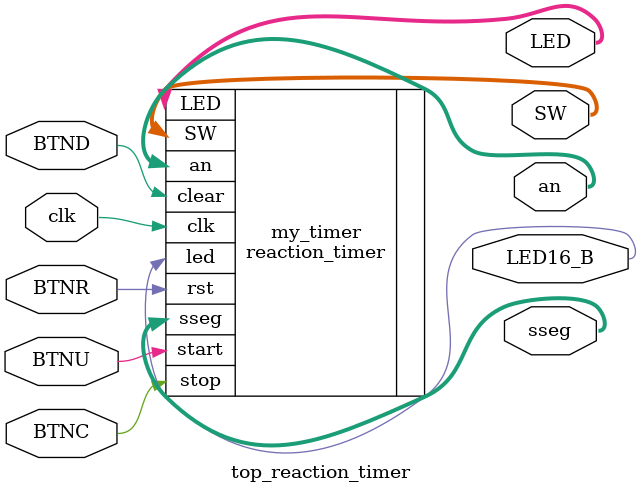
<source format=sv>
`timescale 1ns / 1ps


module top_reaction_timer(
    input logic clk,
    input logic BTNC, BTNU, BTND, BTNR,
    output logic [7:0]an,
    output logic [7:0]sseg,
    output logic [15:0]LED,
    output logic LED16_B,
    output logic [15:0]SW
    );
    
    reaction_timer my_timer(
    .clk(clk),
    .rst(BTNR),
    .start(BTNU),
    .stop(BTNC),
    .clear(BTND),
    .SW(SW),
    .an(an),
    .sseg(sseg),
    .led(LED16_B),
    .LED(LED));
endmodule

</source>
